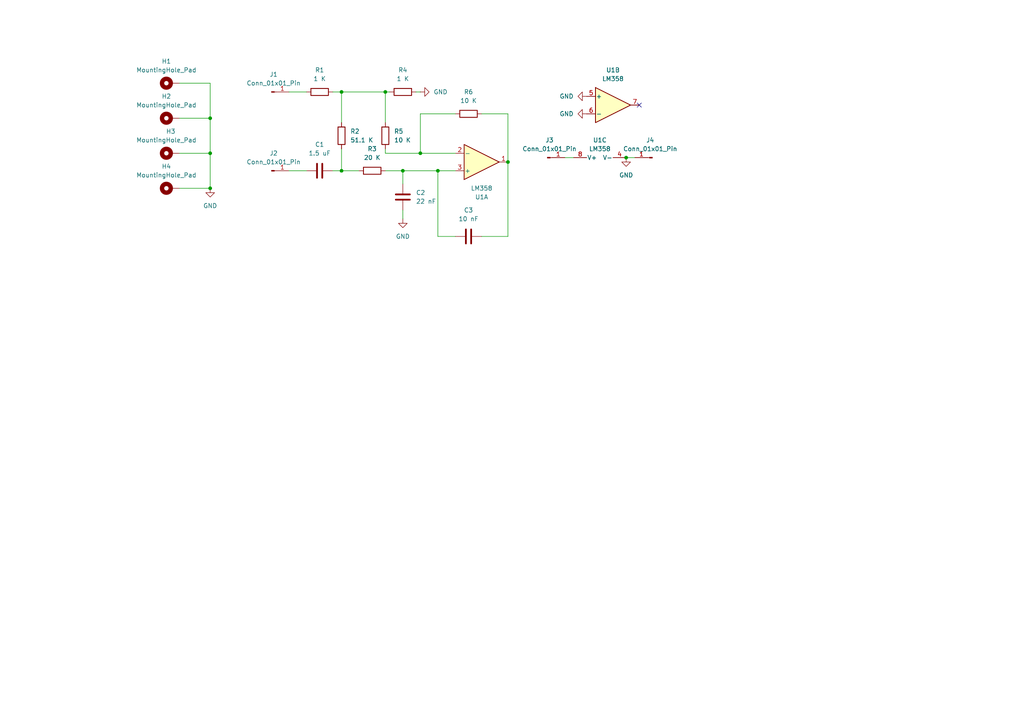
<source format=kicad_sch>
(kicad_sch
	(version 20231120)
	(generator "eeschema")
	(generator_version "8.0")
	(uuid "6f6fc78e-f02b-452d-9c9b-5e130cc7b29e")
	(paper "A4")
	(lib_symbols
		(symbol "Amplifier_Operational:LM358"
			(pin_names
				(offset 0.127)
			)
			(exclude_from_sim no)
			(in_bom yes)
			(on_board yes)
			(property "Reference" "U"
				(at 0 5.08 0)
				(effects
					(font
						(size 1.27 1.27)
					)
					(justify left)
				)
			)
			(property "Value" "LM358"
				(at 0 -5.08 0)
				(effects
					(font
						(size 1.27 1.27)
					)
					(justify left)
				)
			)
			(property "Footprint" ""
				(at 0 0 0)
				(effects
					(font
						(size 1.27 1.27)
					)
					(hide yes)
				)
			)
			(property "Datasheet" "http://www.ti.com/lit/ds/symlink/lm2904-n.pdf"
				(at 0 0 0)
				(effects
					(font
						(size 1.27 1.27)
					)
					(hide yes)
				)
			)
			(property "Description" "Low-Power, Dual Operational Amplifiers, DIP-8/SOIC-8/TO-99-8"
				(at 0 0 0)
				(effects
					(font
						(size 1.27 1.27)
					)
					(hide yes)
				)
			)
			(property "ki_locked" ""
				(at 0 0 0)
				(effects
					(font
						(size 1.27 1.27)
					)
				)
			)
			(property "ki_keywords" "dual opamp"
				(at 0 0 0)
				(effects
					(font
						(size 1.27 1.27)
					)
					(hide yes)
				)
			)
			(property "ki_fp_filters" "SOIC*3.9x4.9mm*P1.27mm* DIP*W7.62mm* TO*99* OnSemi*Micro8* TSSOP*3x3mm*P0.65mm* TSSOP*4.4x3mm*P0.65mm* MSOP*3x3mm*P0.65mm* SSOP*3.9x4.9mm*P0.635mm* LFCSP*2x2mm*P0.5mm* *SIP* SOIC*5.3x6.2mm*P1.27mm*"
				(at 0 0 0)
				(effects
					(font
						(size 1.27 1.27)
					)
					(hide yes)
				)
			)
			(symbol "LM358_1_1"
				(polyline
					(pts
						(xy -5.08 5.08) (xy 5.08 0) (xy -5.08 -5.08) (xy -5.08 5.08)
					)
					(stroke
						(width 0.254)
						(type default)
					)
					(fill
						(type background)
					)
				)
				(pin output line
					(at 7.62 0 180)
					(length 2.54)
					(name "~"
						(effects
							(font
								(size 1.27 1.27)
							)
						)
					)
					(number "1"
						(effects
							(font
								(size 1.27 1.27)
							)
						)
					)
				)
				(pin input line
					(at -7.62 -2.54 0)
					(length 2.54)
					(name "-"
						(effects
							(font
								(size 1.27 1.27)
							)
						)
					)
					(number "2"
						(effects
							(font
								(size 1.27 1.27)
							)
						)
					)
				)
				(pin input line
					(at -7.62 2.54 0)
					(length 2.54)
					(name "+"
						(effects
							(font
								(size 1.27 1.27)
							)
						)
					)
					(number "3"
						(effects
							(font
								(size 1.27 1.27)
							)
						)
					)
				)
			)
			(symbol "LM358_2_1"
				(polyline
					(pts
						(xy -5.08 5.08) (xy 5.08 0) (xy -5.08 -5.08) (xy -5.08 5.08)
					)
					(stroke
						(width 0.254)
						(type default)
					)
					(fill
						(type background)
					)
				)
				(pin input line
					(at -7.62 2.54 0)
					(length 2.54)
					(name "+"
						(effects
							(font
								(size 1.27 1.27)
							)
						)
					)
					(number "5"
						(effects
							(font
								(size 1.27 1.27)
							)
						)
					)
				)
				(pin input line
					(at -7.62 -2.54 0)
					(length 2.54)
					(name "-"
						(effects
							(font
								(size 1.27 1.27)
							)
						)
					)
					(number "6"
						(effects
							(font
								(size 1.27 1.27)
							)
						)
					)
				)
				(pin output line
					(at 7.62 0 180)
					(length 2.54)
					(name "~"
						(effects
							(font
								(size 1.27 1.27)
							)
						)
					)
					(number "7"
						(effects
							(font
								(size 1.27 1.27)
							)
						)
					)
				)
			)
			(symbol "LM358_3_1"
				(pin power_in line
					(at -2.54 -7.62 90)
					(length 3.81)
					(name "V-"
						(effects
							(font
								(size 1.27 1.27)
							)
						)
					)
					(number "4"
						(effects
							(font
								(size 1.27 1.27)
							)
						)
					)
				)
				(pin power_in line
					(at -2.54 7.62 270)
					(length 3.81)
					(name "V+"
						(effects
							(font
								(size 1.27 1.27)
							)
						)
					)
					(number "8"
						(effects
							(font
								(size 1.27 1.27)
							)
						)
					)
				)
			)
		)
		(symbol "Connector:Conn_01x01_Pin"
			(pin_names
				(offset 1.016) hide)
			(exclude_from_sim no)
			(in_bom yes)
			(on_board yes)
			(property "Reference" "J"
				(at 0 2.54 0)
				(effects
					(font
						(size 1.27 1.27)
					)
				)
			)
			(property "Value" "Conn_01x01_Pin"
				(at 0 -2.54 0)
				(effects
					(font
						(size 1.27 1.27)
					)
				)
			)
			(property "Footprint" ""
				(at 0 0 0)
				(effects
					(font
						(size 1.27 1.27)
					)
					(hide yes)
				)
			)
			(property "Datasheet" "~"
				(at 0 0 0)
				(effects
					(font
						(size 1.27 1.27)
					)
					(hide yes)
				)
			)
			(property "Description" "Generic connector, single row, 01x01, script generated"
				(at 0 0 0)
				(effects
					(font
						(size 1.27 1.27)
					)
					(hide yes)
				)
			)
			(property "ki_locked" ""
				(at 0 0 0)
				(effects
					(font
						(size 1.27 1.27)
					)
				)
			)
			(property "ki_keywords" "connector"
				(at 0 0 0)
				(effects
					(font
						(size 1.27 1.27)
					)
					(hide yes)
				)
			)
			(property "ki_fp_filters" "Connector*:*_1x??_*"
				(at 0 0 0)
				(effects
					(font
						(size 1.27 1.27)
					)
					(hide yes)
				)
			)
			(symbol "Conn_01x01_Pin_1_1"
				(polyline
					(pts
						(xy 1.27 0) (xy 0.8636 0)
					)
					(stroke
						(width 0.1524)
						(type default)
					)
					(fill
						(type none)
					)
				)
				(rectangle
					(start 0.8636 0.127)
					(end 0 -0.127)
					(stroke
						(width 0.1524)
						(type default)
					)
					(fill
						(type outline)
					)
				)
				(pin passive line
					(at 5.08 0 180)
					(length 3.81)
					(name "Pin_1"
						(effects
							(font
								(size 1.27 1.27)
							)
						)
					)
					(number "1"
						(effects
							(font
								(size 1.27 1.27)
							)
						)
					)
				)
			)
		)
		(symbol "Device:C"
			(pin_numbers hide)
			(pin_names
				(offset 0.254)
			)
			(exclude_from_sim no)
			(in_bom yes)
			(on_board yes)
			(property "Reference" "C"
				(at 0.635 2.54 0)
				(effects
					(font
						(size 1.27 1.27)
					)
					(justify left)
				)
			)
			(property "Value" "C"
				(at 0.635 -2.54 0)
				(effects
					(font
						(size 1.27 1.27)
					)
					(justify left)
				)
			)
			(property "Footprint" ""
				(at 0.9652 -3.81 0)
				(effects
					(font
						(size 1.27 1.27)
					)
					(hide yes)
				)
			)
			(property "Datasheet" "~"
				(at 0 0 0)
				(effects
					(font
						(size 1.27 1.27)
					)
					(hide yes)
				)
			)
			(property "Description" "Unpolarized capacitor"
				(at 0 0 0)
				(effects
					(font
						(size 1.27 1.27)
					)
					(hide yes)
				)
			)
			(property "ki_keywords" "cap capacitor"
				(at 0 0 0)
				(effects
					(font
						(size 1.27 1.27)
					)
					(hide yes)
				)
			)
			(property "ki_fp_filters" "C_*"
				(at 0 0 0)
				(effects
					(font
						(size 1.27 1.27)
					)
					(hide yes)
				)
			)
			(symbol "C_0_1"
				(polyline
					(pts
						(xy -2.032 -0.762) (xy 2.032 -0.762)
					)
					(stroke
						(width 0.508)
						(type default)
					)
					(fill
						(type none)
					)
				)
				(polyline
					(pts
						(xy -2.032 0.762) (xy 2.032 0.762)
					)
					(stroke
						(width 0.508)
						(type default)
					)
					(fill
						(type none)
					)
				)
			)
			(symbol "C_1_1"
				(pin passive line
					(at 0 3.81 270)
					(length 2.794)
					(name "~"
						(effects
							(font
								(size 1.27 1.27)
							)
						)
					)
					(number "1"
						(effects
							(font
								(size 1.27 1.27)
							)
						)
					)
				)
				(pin passive line
					(at 0 -3.81 90)
					(length 2.794)
					(name "~"
						(effects
							(font
								(size 1.27 1.27)
							)
						)
					)
					(number "2"
						(effects
							(font
								(size 1.27 1.27)
							)
						)
					)
				)
			)
		)
		(symbol "Device:R"
			(pin_numbers hide)
			(pin_names
				(offset 0)
			)
			(exclude_from_sim no)
			(in_bom yes)
			(on_board yes)
			(property "Reference" "R"
				(at 2.032 0 90)
				(effects
					(font
						(size 1.27 1.27)
					)
				)
			)
			(property "Value" "R"
				(at 0 0 90)
				(effects
					(font
						(size 1.27 1.27)
					)
				)
			)
			(property "Footprint" ""
				(at -1.778 0 90)
				(effects
					(font
						(size 1.27 1.27)
					)
					(hide yes)
				)
			)
			(property "Datasheet" "~"
				(at 0 0 0)
				(effects
					(font
						(size 1.27 1.27)
					)
					(hide yes)
				)
			)
			(property "Description" "Resistor"
				(at 0 0 0)
				(effects
					(font
						(size 1.27 1.27)
					)
					(hide yes)
				)
			)
			(property "ki_keywords" "R res resistor"
				(at 0 0 0)
				(effects
					(font
						(size 1.27 1.27)
					)
					(hide yes)
				)
			)
			(property "ki_fp_filters" "R_*"
				(at 0 0 0)
				(effects
					(font
						(size 1.27 1.27)
					)
					(hide yes)
				)
			)
			(symbol "R_0_1"
				(rectangle
					(start -1.016 -2.54)
					(end 1.016 2.54)
					(stroke
						(width 0.254)
						(type default)
					)
					(fill
						(type none)
					)
				)
			)
			(symbol "R_1_1"
				(pin passive line
					(at 0 3.81 270)
					(length 1.27)
					(name "~"
						(effects
							(font
								(size 1.27 1.27)
							)
						)
					)
					(number "1"
						(effects
							(font
								(size 1.27 1.27)
							)
						)
					)
				)
				(pin passive line
					(at 0 -3.81 90)
					(length 1.27)
					(name "~"
						(effects
							(font
								(size 1.27 1.27)
							)
						)
					)
					(number "2"
						(effects
							(font
								(size 1.27 1.27)
							)
						)
					)
				)
			)
		)
		(symbol "Mechanical:MountingHole_Pad"
			(pin_numbers hide)
			(pin_names
				(offset 1.016) hide)
			(exclude_from_sim yes)
			(in_bom no)
			(on_board yes)
			(property "Reference" "H"
				(at 0 6.35 0)
				(effects
					(font
						(size 1.27 1.27)
					)
				)
			)
			(property "Value" "MountingHole_Pad"
				(at 0 4.445 0)
				(effects
					(font
						(size 1.27 1.27)
					)
				)
			)
			(property "Footprint" ""
				(at 0 0 0)
				(effects
					(font
						(size 1.27 1.27)
					)
					(hide yes)
				)
			)
			(property "Datasheet" "~"
				(at 0 0 0)
				(effects
					(font
						(size 1.27 1.27)
					)
					(hide yes)
				)
			)
			(property "Description" "Mounting Hole with connection"
				(at 0 0 0)
				(effects
					(font
						(size 1.27 1.27)
					)
					(hide yes)
				)
			)
			(property "ki_keywords" "mounting hole"
				(at 0 0 0)
				(effects
					(font
						(size 1.27 1.27)
					)
					(hide yes)
				)
			)
			(property "ki_fp_filters" "MountingHole*Pad*"
				(at 0 0 0)
				(effects
					(font
						(size 1.27 1.27)
					)
					(hide yes)
				)
			)
			(symbol "MountingHole_Pad_0_1"
				(circle
					(center 0 1.27)
					(radius 1.27)
					(stroke
						(width 1.27)
						(type default)
					)
					(fill
						(type none)
					)
				)
			)
			(symbol "MountingHole_Pad_1_1"
				(pin input line
					(at 0 -2.54 90)
					(length 2.54)
					(name "1"
						(effects
							(font
								(size 1.27 1.27)
							)
						)
					)
					(number "1"
						(effects
							(font
								(size 1.27 1.27)
							)
						)
					)
				)
			)
		)
		(symbol "power:GND"
			(power)
			(pin_numbers hide)
			(pin_names
				(offset 0) hide)
			(exclude_from_sim no)
			(in_bom yes)
			(on_board yes)
			(property "Reference" "#PWR"
				(at 0 -6.35 0)
				(effects
					(font
						(size 1.27 1.27)
					)
					(hide yes)
				)
			)
			(property "Value" "GND"
				(at 0 -3.81 0)
				(effects
					(font
						(size 1.27 1.27)
					)
				)
			)
			(property "Footprint" ""
				(at 0 0 0)
				(effects
					(font
						(size 1.27 1.27)
					)
					(hide yes)
				)
			)
			(property "Datasheet" ""
				(at 0 0 0)
				(effects
					(font
						(size 1.27 1.27)
					)
					(hide yes)
				)
			)
			(property "Description" "Power symbol creates a global label with name \"GND\" , ground"
				(at 0 0 0)
				(effects
					(font
						(size 1.27 1.27)
					)
					(hide yes)
				)
			)
			(property "ki_keywords" "global power"
				(at 0 0 0)
				(effects
					(font
						(size 1.27 1.27)
					)
					(hide yes)
				)
			)
			(symbol "GND_0_1"
				(polyline
					(pts
						(xy 0 0) (xy 0 -1.27) (xy 1.27 -1.27) (xy 0 -2.54) (xy -1.27 -1.27) (xy 0 -1.27)
					)
					(stroke
						(width 0)
						(type default)
					)
					(fill
						(type none)
					)
				)
			)
			(symbol "GND_1_1"
				(pin power_in line
					(at 0 0 270)
					(length 0)
					(name "~"
						(effects
							(font
								(size 1.27 1.27)
							)
						)
					)
					(number "1"
						(effects
							(font
								(size 1.27 1.27)
							)
						)
					)
				)
			)
		)
	)
	(junction
		(at 127 49.53)
		(diameter 0)
		(color 0 0 0 0)
		(uuid "029c5574-c28b-4757-839f-6e2975c67a79")
	)
	(junction
		(at 99.06 49.53)
		(diameter 0)
		(color 0 0 0 0)
		(uuid "1e49056f-2182-4366-8875-e590e36ff391")
	)
	(junction
		(at 60.96 34.29)
		(diameter 0)
		(color 0 0 0 0)
		(uuid "24a7f871-0844-4faf-bd0d-13b398fc383f")
	)
	(junction
		(at 99.06 26.67)
		(diameter 0)
		(color 0 0 0 0)
		(uuid "2f31b315-d3b4-4167-9aa7-40f77763f8c5")
	)
	(junction
		(at 121.92 44.45)
		(diameter 0)
		(color 0 0 0 0)
		(uuid "49b4a482-6eef-40cd-bb47-56549dd7aef7")
	)
	(junction
		(at 181.61 45.72)
		(diameter 0)
		(color 0 0 0 0)
		(uuid "551c220f-fd7a-4d6a-bb79-8df2167cf943")
	)
	(junction
		(at 60.96 44.45)
		(diameter 0)
		(color 0 0 0 0)
		(uuid "75fabf53-83a4-4064-a7ec-da09ae83b1c9")
	)
	(junction
		(at 147.32 46.99)
		(diameter 0)
		(color 0 0 0 0)
		(uuid "89ac328a-6f47-4e06-a194-fc2cbc894caf")
	)
	(junction
		(at 111.76 26.67)
		(diameter 0)
		(color 0 0 0 0)
		(uuid "9116ca3a-bf5a-4451-b4d8-d83721300c23")
	)
	(junction
		(at 60.96 54.61)
		(diameter 0)
		(color 0 0 0 0)
		(uuid "adaca5f9-e144-426e-bb5e-6ca0d9b4b2b1")
	)
	(junction
		(at 116.84 49.53)
		(diameter 0)
		(color 0 0 0 0)
		(uuid "e855ac09-842f-4e58-9973-e55b750b5022")
	)
	(no_connect
		(at 185.42 30.48)
		(uuid "18eb367d-f52b-4bf8-bb23-d711e045adad")
	)
	(wire
		(pts
			(xy 111.76 49.53) (xy 116.84 49.53)
		)
		(stroke
			(width 0)
			(type default)
		)
		(uuid "084536e5-c14f-4039-9cf6-13369c70d644")
	)
	(wire
		(pts
			(xy 116.84 49.53) (xy 127 49.53)
		)
		(stroke
			(width 0)
			(type default)
		)
		(uuid "1585b975-986b-4717-8350-b670a1537069")
	)
	(wire
		(pts
			(xy 121.92 44.45) (xy 121.92 33.02)
		)
		(stroke
			(width 0)
			(type default)
		)
		(uuid "160f4556-8ff5-485c-88c7-5007053bcc7a")
	)
	(wire
		(pts
			(xy 60.96 34.29) (xy 60.96 44.45)
		)
		(stroke
			(width 0)
			(type default)
		)
		(uuid "175de058-b5bb-4d50-8fae-7f93dcd55d97")
	)
	(wire
		(pts
			(xy 83.82 49.53) (xy 88.9 49.53)
		)
		(stroke
			(width 0)
			(type default)
		)
		(uuid "20bd34f7-2451-42b1-a0da-58fa67d2a41f")
	)
	(wire
		(pts
			(xy 147.32 46.99) (xy 147.32 68.58)
		)
		(stroke
			(width 0)
			(type default)
		)
		(uuid "27e05318-0048-450b-8dc2-da689a2e914b")
	)
	(wire
		(pts
			(xy 116.84 63.5) (xy 116.84 60.96)
		)
		(stroke
			(width 0)
			(type default)
		)
		(uuid "578f0ec8-3822-448e-9152-29377ac6c450")
	)
	(wire
		(pts
			(xy 52.07 34.29) (xy 60.96 34.29)
		)
		(stroke
			(width 0)
			(type default)
		)
		(uuid "58ad776e-5496-475c-80ef-9637f5f60ab4")
	)
	(wire
		(pts
			(xy 60.96 24.13) (xy 60.96 34.29)
		)
		(stroke
			(width 0)
			(type default)
		)
		(uuid "5a3263f3-46df-46d7-853e-c4ab9ac88002")
	)
	(wire
		(pts
			(xy 116.84 49.53) (xy 116.84 53.34)
		)
		(stroke
			(width 0)
			(type default)
		)
		(uuid "6ecd1817-9fcf-477a-8b19-377cb772d3d9")
	)
	(wire
		(pts
			(xy 52.07 44.45) (xy 60.96 44.45)
		)
		(stroke
			(width 0)
			(type default)
		)
		(uuid "71e3bf9e-7e27-465b-af57-e71680ba7dc9")
	)
	(wire
		(pts
			(xy 52.07 24.13) (xy 60.96 24.13)
		)
		(stroke
			(width 0)
			(type default)
		)
		(uuid "7893c0be-c18b-40d2-93f1-5ecc268d412d")
	)
	(wire
		(pts
			(xy 127 49.53) (xy 132.08 49.53)
		)
		(stroke
			(width 0)
			(type default)
		)
		(uuid "7b260a32-f312-4cb2-8485-1415019251ed")
	)
	(wire
		(pts
			(xy 83.82 26.67) (xy 88.9 26.67)
		)
		(stroke
			(width 0)
			(type default)
		)
		(uuid "830a4e55-5357-4679-9724-993157aba3ab")
	)
	(wire
		(pts
			(xy 147.32 33.02) (xy 147.32 46.99)
		)
		(stroke
			(width 0)
			(type default)
		)
		(uuid "87b4f79a-5e91-4db3-82bc-ab6f6858437c")
	)
	(wire
		(pts
			(xy 60.96 44.45) (xy 60.96 54.61)
		)
		(stroke
			(width 0)
			(type default)
		)
		(uuid "895e3081-9fdb-46a2-b6b6-026a6a0c4b1f")
	)
	(wire
		(pts
			(xy 120.65 26.67) (xy 121.92 26.67)
		)
		(stroke
			(width 0)
			(type default)
		)
		(uuid "8d338c01-0d8e-41cd-aa85-1cc114f43721")
	)
	(wire
		(pts
			(xy 111.76 44.45) (xy 121.92 44.45)
		)
		(stroke
			(width 0)
			(type default)
		)
		(uuid "971af586-26ab-4dec-9408-bf3fcbc4c3cb")
	)
	(wire
		(pts
			(xy 99.06 26.67) (xy 99.06 35.56)
		)
		(stroke
			(width 0)
			(type default)
		)
		(uuid "97297a7c-189e-49f1-92fe-8c640138554a")
	)
	(wire
		(pts
			(xy 163.83 45.72) (xy 166.37 45.72)
		)
		(stroke
			(width 0)
			(type default)
		)
		(uuid "a6761519-8235-4c28-8d45-f088d779910c")
	)
	(wire
		(pts
			(xy 121.92 44.45) (xy 132.08 44.45)
		)
		(stroke
			(width 0)
			(type default)
		)
		(uuid "a6b00834-06ca-44b0-8479-d9437f6d90e6")
	)
	(wire
		(pts
			(xy 139.7 68.58) (xy 147.32 68.58)
		)
		(stroke
			(width 0)
			(type default)
		)
		(uuid "a88eaf17-f904-45f3-aeb7-dc0794b2cf4d")
	)
	(wire
		(pts
			(xy 111.76 44.45) (xy 111.76 43.18)
		)
		(stroke
			(width 0)
			(type default)
		)
		(uuid "aa7c9525-9109-4933-b090-0fe7b4643e9e")
	)
	(wire
		(pts
			(xy 96.52 26.67) (xy 99.06 26.67)
		)
		(stroke
			(width 0)
			(type default)
		)
		(uuid "b1edf064-d1cb-4bdd-9276-23acef4eaa32")
	)
	(wire
		(pts
			(xy 52.07 54.61) (xy 60.96 54.61)
		)
		(stroke
			(width 0)
			(type default)
		)
		(uuid "b47ee21e-9b99-4978-b880-555119dfe7eb")
	)
	(wire
		(pts
			(xy 96.52 49.53) (xy 99.06 49.53)
		)
		(stroke
			(width 0)
			(type default)
		)
		(uuid "b8e9a8d3-0a83-4fd9-8a20-7a1c764da8c9")
	)
	(wire
		(pts
			(xy 113.03 26.67) (xy 111.76 26.67)
		)
		(stroke
			(width 0)
			(type default)
		)
		(uuid "b97b216e-4af2-453c-8e80-fc830fa737b0")
	)
	(wire
		(pts
			(xy 184.15 45.72) (xy 181.61 45.72)
		)
		(stroke
			(width 0)
			(type default)
		)
		(uuid "bcff8279-8e2c-4ba7-b1de-f8dd2d12343f")
	)
	(wire
		(pts
			(xy 139.7 33.02) (xy 147.32 33.02)
		)
		(stroke
			(width 0)
			(type default)
		)
		(uuid "c74d7b0f-e6f6-4492-87a7-8d373c234130")
	)
	(wire
		(pts
			(xy 127 49.53) (xy 127 68.58)
		)
		(stroke
			(width 0)
			(type default)
		)
		(uuid "c7b22919-b40a-41c8-ac6e-3113fc412eff")
	)
	(wire
		(pts
			(xy 99.06 43.18) (xy 99.06 49.53)
		)
		(stroke
			(width 0)
			(type default)
		)
		(uuid "ca966f95-a864-44b2-9539-dc540b474a49")
	)
	(wire
		(pts
			(xy 99.06 49.53) (xy 104.14 49.53)
		)
		(stroke
			(width 0)
			(type default)
		)
		(uuid "df624f5d-a04f-4f3f-b4bd-f487d51361de")
	)
	(wire
		(pts
			(xy 127 68.58) (xy 132.08 68.58)
		)
		(stroke
			(width 0)
			(type default)
		)
		(uuid "df78f3eb-b9b9-4bde-b3a8-d468bb2e3877")
	)
	(wire
		(pts
			(xy 111.76 26.67) (xy 111.76 35.56)
		)
		(stroke
			(width 0)
			(type default)
		)
		(uuid "e499e0a9-761e-457a-aff0-9196455cd2c1")
	)
	(wire
		(pts
			(xy 121.92 33.02) (xy 132.08 33.02)
		)
		(stroke
			(width 0)
			(type default)
		)
		(uuid "f1cf6361-8031-4f11-b220-8a497850290d")
	)
	(wire
		(pts
			(xy 99.06 26.67) (xy 111.76 26.67)
		)
		(stroke
			(width 0)
			(type default)
		)
		(uuid "f35cfb8f-e891-41c3-b51f-2dd33f34b037")
	)
	(symbol
		(lib_id "Connector:Conn_01x01_Pin")
		(at 78.74 49.53 0)
		(unit 1)
		(exclude_from_sim no)
		(in_bom yes)
		(on_board yes)
		(dnp no)
		(fields_autoplaced yes)
		(uuid "0980c80a-e2e0-4622-89de-ca1ff9f43fdc")
		(property "Reference" "J2"
			(at 79.375 44.45 0)
			(effects
				(font
					(size 1.27 1.27)
				)
			)
		)
		(property "Value" "Conn_01x01_Pin"
			(at 79.375 46.99 0)
			(effects
				(font
					(size 1.27 1.27)
				)
			)
		)
		(property "Footprint" "Connector_PinHeader_2.54mm:PinHeader_1x01_P2.54mm_Vertical"
			(at 78.74 49.53 0)
			(effects
				(font
					(size 1.27 1.27)
				)
				(hide yes)
			)
		)
		(property "Datasheet" "~"
			(at 78.74 49.53 0)
			(effects
				(font
					(size 1.27 1.27)
				)
				(hide yes)
			)
		)
		(property "Description" "Generic connector, single row, 01x01, script generated"
			(at 78.74 49.53 0)
			(effects
				(font
					(size 1.27 1.27)
				)
				(hide yes)
			)
		)
		(pin "1"
			(uuid "ccba4ae3-cc5c-4db3-ad88-163e1e9d7dc5")
		)
		(instances
			(project "LPF_Rough_Draft"
				(path "/6f6fc78e-f02b-452d-9c9b-5e130cc7b29e"
					(reference "J2")
					(unit 1)
				)
			)
		)
	)
	(symbol
		(lib_id "power:GND")
		(at 170.18 27.94 270)
		(unit 1)
		(exclude_from_sim no)
		(in_bom yes)
		(on_board yes)
		(dnp no)
		(fields_autoplaced yes)
		(uuid "0ab357dd-d02b-4fed-a939-6f9d4c2c417f")
		(property "Reference" "#PWR04"
			(at 163.83 27.94 0)
			(effects
				(font
					(size 1.27 1.27)
				)
				(hide yes)
			)
		)
		(property "Value" "GND"
			(at 166.37 27.9399 90)
			(effects
				(font
					(size 1.27 1.27)
				)
				(justify right)
			)
		)
		(property "Footprint" ""
			(at 170.18 27.94 0)
			(effects
				(font
					(size 1.27 1.27)
				)
				(hide yes)
			)
		)
		(property "Datasheet" ""
			(at 170.18 27.94 0)
			(effects
				(font
					(size 1.27 1.27)
				)
				(hide yes)
			)
		)
		(property "Description" "Power symbol creates a global label with name \"GND\" , ground"
			(at 170.18 27.94 0)
			(effects
				(font
					(size 1.27 1.27)
				)
				(hide yes)
			)
		)
		(pin "1"
			(uuid "51a7ec9a-1537-420e-9296-9dd37c620c65")
		)
		(instances
			(project "LPF_Rough_Draft"
				(path "/6f6fc78e-f02b-452d-9c9b-5e130cc7b29e"
					(reference "#PWR04")
					(unit 1)
				)
			)
		)
	)
	(symbol
		(lib_id "Device:R")
		(at 116.84 26.67 90)
		(unit 1)
		(exclude_from_sim no)
		(in_bom yes)
		(on_board yes)
		(dnp no)
		(uuid "0f5a6681-c7f3-4c0f-8701-ec2d9ac76e5c")
		(property "Reference" "R4"
			(at 116.84 20.32 90)
			(effects
				(font
					(size 1.27 1.27)
				)
			)
		)
		(property "Value" "1 K"
			(at 116.84 22.86 90)
			(effects
				(font
					(size 1.27 1.27)
				)
			)
		)
		(property "Footprint" "Resistor_THT:R_Axial_DIN0207_L6.3mm_D2.5mm_P10.16mm_Horizontal"
			(at 116.84 28.448 90)
			(effects
				(font
					(size 1.27 1.27)
				)
				(hide yes)
			)
		)
		(property "Datasheet" "~"
			(at 116.84 26.67 0)
			(effects
				(font
					(size 1.27 1.27)
				)
				(hide yes)
			)
		)
		(property "Description" "Resistor"
			(at 116.84 26.67 0)
			(effects
				(font
					(size 1.27 1.27)
				)
				(hide yes)
			)
		)
		(pin "1"
			(uuid "f5b2156d-511a-44ca-b415-1f9934b6ab3b")
		)
		(pin "2"
			(uuid "73957d90-55bb-4623-99a9-c2ab88ccd603")
		)
		(instances
			(project "LPF_Rough_Draft"
				(path "/6f6fc78e-f02b-452d-9c9b-5e130cc7b29e"
					(reference "R4")
					(unit 1)
				)
			)
		)
	)
	(symbol
		(lib_id "Mechanical:MountingHole_Pad")
		(at 49.53 44.45 90)
		(unit 1)
		(exclude_from_sim yes)
		(in_bom no)
		(on_board yes)
		(dnp no)
		(uuid "115bd1cc-08ec-409a-b535-5f000002608e")
		(property "Reference" "H3"
			(at 49.53 38.1 90)
			(effects
				(font
					(size 1.27 1.27)
				)
			)
		)
		(property "Value" "MountingHole_Pad"
			(at 48.26 40.64 90)
			(effects
				(font
					(size 1.27 1.27)
				)
			)
		)
		(property "Footprint" "MountingHole:MountingHole_3.2mm_M3_DIN965_Pad_TopBottom"
			(at 49.53 44.45 0)
			(effects
				(font
					(size 1.27 1.27)
				)
				(hide yes)
			)
		)
		(property "Datasheet" "~"
			(at 49.53 44.45 0)
			(effects
				(font
					(size 1.27 1.27)
				)
				(hide yes)
			)
		)
		(property "Description" "Mounting Hole with connection"
			(at 49.53 44.45 0)
			(effects
				(font
					(size 1.27 1.27)
				)
				(hide yes)
			)
		)
		(pin "1"
			(uuid "4dd58dc1-a182-4d40-abf7-c328f4a20632")
		)
		(instances
			(project "LPF_Rough_Draft"
				(path "/6f6fc78e-f02b-452d-9c9b-5e130cc7b29e"
					(reference "H3")
					(unit 1)
				)
			)
		)
	)
	(symbol
		(lib_id "Amplifier_Operational:LM358")
		(at 173.99 43.18 90)
		(unit 3)
		(exclude_from_sim no)
		(in_bom yes)
		(on_board yes)
		(dnp no)
		(fields_autoplaced yes)
		(uuid "12bfef53-8000-495b-83fc-d1ccbb619d18")
		(property "Reference" "U1"
			(at 173.99 40.64 90)
			(effects
				(font
					(size 1.27 1.27)
				)
			)
		)
		(property "Value" "LM358"
			(at 173.99 43.18 90)
			(effects
				(font
					(size 1.27 1.27)
				)
			)
		)
		(property "Footprint" "Package_DIP:DIP-8_W7.62mm"
			(at 173.99 43.18 0)
			(effects
				(font
					(size 1.27 1.27)
				)
				(hide yes)
			)
		)
		(property "Datasheet" "http://www.ti.com/lit/ds/symlink/lm2904-n.pdf"
			(at 173.99 43.18 0)
			(effects
				(font
					(size 1.27 1.27)
				)
				(hide yes)
			)
		)
		(property "Description" "Low-Power, Dual Operational Amplifiers, DIP-8/SOIC-8/TO-99-8"
			(at 173.99 43.18 0)
			(effects
				(font
					(size 1.27 1.27)
				)
				(hide yes)
			)
		)
		(pin "1"
			(uuid "66c61b0e-07df-4c6d-85d2-71207eeb6c54")
		)
		(pin "5"
			(uuid "cab21e97-5c4a-4f78-888e-bbd8c3acfd4c")
		)
		(pin "6"
			(uuid "54e201fe-557d-4f0b-ac75-488f572544e1")
		)
		(pin "4"
			(uuid "3435ced7-1570-4756-929a-185ce784116d")
		)
		(pin "8"
			(uuid "b54aa1f4-f03a-4522-b336-c645b1de0748")
		)
		(pin "7"
			(uuid "73d85656-f3bb-434a-a359-d27b9e284561")
		)
		(pin "2"
			(uuid "9e7564f4-d1a8-4973-b02d-abb4db7d41c7")
		)
		(pin "3"
			(uuid "39c914c4-583d-49eb-add2-f9266cc1d1a0")
		)
		(instances
			(project ""
				(path "/6f6fc78e-f02b-452d-9c9b-5e130cc7b29e"
					(reference "U1")
					(unit 3)
				)
			)
		)
	)
	(symbol
		(lib_id "Device:R")
		(at 99.06 39.37 0)
		(unit 1)
		(exclude_from_sim no)
		(in_bom yes)
		(on_board yes)
		(dnp no)
		(fields_autoplaced yes)
		(uuid "143c4264-7972-4a53-83d0-63d1cc6aedb5")
		(property "Reference" "R2"
			(at 101.6 38.0999 0)
			(effects
				(font
					(size 1.27 1.27)
				)
				(justify left)
			)
		)
		(property "Value" "51.1 K"
			(at 101.6 40.6399 0)
			(effects
				(font
					(size 1.27 1.27)
				)
				(justify left)
			)
		)
		(property "Footprint" "Resistor_THT:R_Axial_DIN0207_L6.3mm_D2.5mm_P10.16mm_Horizontal"
			(at 97.282 39.37 90)
			(effects
				(font
					(size 1.27 1.27)
				)
				(hide yes)
			)
		)
		(property "Datasheet" "~"
			(at 99.06 39.37 0)
			(effects
				(font
					(size 1.27 1.27)
				)
				(hide yes)
			)
		)
		(property "Description" "Resistor"
			(at 99.06 39.37 0)
			(effects
				(font
					(size 1.27 1.27)
				)
				(hide yes)
			)
		)
		(pin "1"
			(uuid "dd8f1996-23f7-4016-8f4e-e56f89b3f590")
		)
		(pin "2"
			(uuid "e1e12c7c-9adf-43ab-9303-7a58f1e23f51")
		)
		(instances
			(project "LPF_Rough_Draft"
				(path "/6f6fc78e-f02b-452d-9c9b-5e130cc7b29e"
					(reference "R2")
					(unit 1)
				)
			)
		)
	)
	(symbol
		(lib_id "power:GND")
		(at 116.84 63.5 0)
		(unit 1)
		(exclude_from_sim no)
		(in_bom yes)
		(on_board yes)
		(dnp no)
		(fields_autoplaced yes)
		(uuid "16682d95-8a74-423c-8808-cd8517c6d9a4")
		(property "Reference" "#PWR02"
			(at 116.84 69.85 0)
			(effects
				(font
					(size 1.27 1.27)
				)
				(hide yes)
			)
		)
		(property "Value" "GND"
			(at 116.84 68.58 0)
			(effects
				(font
					(size 1.27 1.27)
				)
			)
		)
		(property "Footprint" ""
			(at 116.84 63.5 0)
			(effects
				(font
					(size 1.27 1.27)
				)
				(hide yes)
			)
		)
		(property "Datasheet" ""
			(at 116.84 63.5 0)
			(effects
				(font
					(size 1.27 1.27)
				)
				(hide yes)
			)
		)
		(property "Description" "Power symbol creates a global label with name \"GND\" , ground"
			(at 116.84 63.5 0)
			(effects
				(font
					(size 1.27 1.27)
				)
				(hide yes)
			)
		)
		(pin "1"
			(uuid "da46bffc-274f-4cb1-95a5-fe46a9525957")
		)
		(instances
			(project "LPF_Rough_Draft"
				(path "/6f6fc78e-f02b-452d-9c9b-5e130cc7b29e"
					(reference "#PWR02")
					(unit 1)
				)
			)
		)
	)
	(symbol
		(lib_id "Mechanical:MountingHole_Pad")
		(at 49.53 24.13 90)
		(unit 1)
		(exclude_from_sim yes)
		(in_bom no)
		(on_board yes)
		(dnp no)
		(fields_autoplaced yes)
		(uuid "18da285e-8368-44fe-b2a7-66fa2198570e")
		(property "Reference" "H1"
			(at 48.26 17.78 90)
			(effects
				(font
					(size 1.27 1.27)
				)
			)
		)
		(property "Value" "MountingHole_Pad"
			(at 48.26 20.32 90)
			(effects
				(font
					(size 1.27 1.27)
				)
			)
		)
		(property "Footprint" "MountingHole:MountingHole_3.2mm_M3_DIN965_Pad_TopBottom"
			(at 49.53 24.13 0)
			(effects
				(font
					(size 1.27 1.27)
				)
				(hide yes)
			)
		)
		(property "Datasheet" "~"
			(at 49.53 24.13 0)
			(effects
				(font
					(size 1.27 1.27)
				)
				(hide yes)
			)
		)
		(property "Description" "Mounting Hole with connection"
			(at 49.53 24.13 0)
			(effects
				(font
					(size 1.27 1.27)
				)
				(hide yes)
			)
		)
		(pin "1"
			(uuid "3f8b1bda-031d-484b-b5a9-e120174477a4")
		)
		(instances
			(project "LPF_Rough_Draft"
				(path "/6f6fc78e-f02b-452d-9c9b-5e130cc7b29e"
					(reference "H1")
					(unit 1)
				)
			)
		)
	)
	(symbol
		(lib_id "Mechanical:MountingHole_Pad")
		(at 49.53 54.61 90)
		(unit 1)
		(exclude_from_sim yes)
		(in_bom no)
		(on_board yes)
		(dnp no)
		(fields_autoplaced yes)
		(uuid "2b5f1067-47ba-4a08-904b-56f44fafd1c1")
		(property "Reference" "H4"
			(at 48.26 48.26 90)
			(effects
				(font
					(size 1.27 1.27)
				)
			)
		)
		(property "Value" "MountingHole_Pad"
			(at 48.26 50.8 90)
			(effects
				(font
					(size 1.27 1.27)
				)
			)
		)
		(property "Footprint" "MountingHole:MountingHole_3.2mm_M3_DIN965_Pad_TopBottom"
			(at 49.53 54.61 0)
			(effects
				(font
					(size 1.27 1.27)
				)
				(hide yes)
			)
		)
		(property "Datasheet" "~"
			(at 49.53 54.61 0)
			(effects
				(font
					(size 1.27 1.27)
				)
				(hide yes)
			)
		)
		(property "Description" "Mounting Hole with connection"
			(at 49.53 54.61 0)
			(effects
				(font
					(size 1.27 1.27)
				)
				(hide yes)
			)
		)
		(pin "1"
			(uuid "35ce6720-07d0-4605-9124-ce5209c8df56")
		)
		(instances
			(project "LPF_Rough_Draft"
				(path "/6f6fc78e-f02b-452d-9c9b-5e130cc7b29e"
					(reference "H4")
					(unit 1)
				)
			)
		)
	)
	(symbol
		(lib_id "Device:C")
		(at 116.84 57.15 180)
		(unit 1)
		(exclude_from_sim no)
		(in_bom yes)
		(on_board yes)
		(dnp no)
		(fields_autoplaced yes)
		(uuid "30dbf468-7a2d-4844-9371-1747708ab441")
		(property "Reference" "C2"
			(at 120.65 55.8799 0)
			(effects
				(font
					(size 1.27 1.27)
				)
				(justify right)
			)
		)
		(property "Value" "22 nF"
			(at 120.65 58.4199 0)
			(effects
				(font
					(size 1.27 1.27)
				)
				(justify right)
			)
		)
		(property "Footprint" "Capacitor_THT:C_Rect_L7.5mm_W6.5mm_P5.00mm"
			(at 115.8748 53.34 0)
			(effects
				(font
					(size 1.27 1.27)
				)
				(hide yes)
			)
		)
		(property "Datasheet" "~"
			(at 116.84 57.15 0)
			(effects
				(font
					(size 1.27 1.27)
				)
				(hide yes)
			)
		)
		(property "Description" "Unpolarized capacitor"
			(at 116.84 57.15 0)
			(effects
				(font
					(size 1.27 1.27)
				)
				(hide yes)
			)
		)
		(pin "1"
			(uuid "91515b37-272d-4a2f-b773-67b323d4af12")
		)
		(pin "2"
			(uuid "0d502d4d-f37c-4c09-9d77-be16b357634d")
		)
		(instances
			(project "LPF_Rough_Draft"
				(path "/6f6fc78e-f02b-452d-9c9b-5e130cc7b29e"
					(reference "C2")
					(unit 1)
				)
			)
		)
	)
	(symbol
		(lib_id "Device:C")
		(at 135.89 68.58 90)
		(unit 1)
		(exclude_from_sim no)
		(in_bom yes)
		(on_board yes)
		(dnp no)
		(fields_autoplaced yes)
		(uuid "3368bab4-8e33-4ee8-9d4a-c6a5dc28b4ac")
		(property "Reference" "C3"
			(at 135.89 60.96 90)
			(effects
				(font
					(size 1.27 1.27)
				)
			)
		)
		(property "Value" "10 nF"
			(at 135.89 63.5 90)
			(effects
				(font
					(size 1.27 1.27)
				)
			)
		)
		(property "Footprint" "Capacitor_THT:C_Rect_L7.2mm_W5.5mm_P5.00mm_FKS2_FKP2_MKS2_MKP2"
			(at 139.7 67.6148 0)
			(effects
				(font
					(size 1.27 1.27)
				)
				(hide yes)
			)
		)
		(property "Datasheet" "~"
			(at 135.89 68.58 0)
			(effects
				(font
					(size 1.27 1.27)
				)
				(hide yes)
			)
		)
		(property "Description" "Unpolarized capacitor"
			(at 135.89 68.58 0)
			(effects
				(font
					(size 1.27 1.27)
				)
				(hide yes)
			)
		)
		(pin "1"
			(uuid "a7298608-db47-4cbd-9a45-f87c7ec5e55f")
		)
		(pin "2"
			(uuid "f87177db-01c3-4f3f-a3c7-9472867881fc")
		)
		(instances
			(project "LPF_Rough_Draft"
				(path "/6f6fc78e-f02b-452d-9c9b-5e130cc7b29e"
					(reference "C3")
					(unit 1)
				)
			)
		)
	)
	(symbol
		(lib_id "power:GND")
		(at 181.61 45.72 0)
		(unit 1)
		(exclude_from_sim no)
		(in_bom yes)
		(on_board yes)
		(dnp no)
		(fields_autoplaced yes)
		(uuid "35c4363f-b2b7-4fad-be4b-8f7d385d9f65")
		(property "Reference" "#PWR06"
			(at 181.61 52.07 0)
			(effects
				(font
					(size 1.27 1.27)
				)
				(hide yes)
			)
		)
		(property "Value" "GND"
			(at 181.61 50.8 0)
			(effects
				(font
					(size 1.27 1.27)
				)
			)
		)
		(property "Footprint" ""
			(at 181.61 45.72 0)
			(effects
				(font
					(size 1.27 1.27)
				)
				(hide yes)
			)
		)
		(property "Datasheet" ""
			(at 181.61 45.72 0)
			(effects
				(font
					(size 1.27 1.27)
				)
				(hide yes)
			)
		)
		(property "Description" "Power symbol creates a global label with name \"GND\" , ground"
			(at 181.61 45.72 0)
			(effects
				(font
					(size 1.27 1.27)
				)
				(hide yes)
			)
		)
		(pin "1"
			(uuid "28849583-17e1-4e28-9df1-a16d645564d0")
		)
		(instances
			(project "LPF_Rough_Draft"
				(path "/6f6fc78e-f02b-452d-9c9b-5e130cc7b29e"
					(reference "#PWR06")
					(unit 1)
				)
			)
		)
	)
	(symbol
		(lib_id "Device:C")
		(at 92.71 49.53 90)
		(unit 1)
		(exclude_from_sim no)
		(in_bom yes)
		(on_board yes)
		(dnp no)
		(fields_autoplaced yes)
		(uuid "8aad40b7-a4f3-4544-8223-da20ab1c0ca2")
		(property "Reference" "C1"
			(at 92.71 41.91 90)
			(effects
				(font
					(size 1.27 1.27)
				)
			)
		)
		(property "Value" "1.5 uF"
			(at 92.71 44.45 90)
			(effects
				(font
					(size 1.27 1.27)
				)
			)
		)
		(property "Footprint" "Capacitor_THT:C_Rect_L7.2mm_W5.5mm_P5.00mm_FKS2_FKP2_MKS2_MKP2"
			(at 96.52 48.5648 0)
			(effects
				(font
					(size 1.27 1.27)
				)
				(hide yes)
			)
		)
		(property "Datasheet" "~"
			(at 92.71 49.53 0)
			(effects
				(font
					(size 1.27 1.27)
				)
				(hide yes)
			)
		)
		(property "Description" "Unpolarized capacitor"
			(at 92.71 49.53 0)
			(effects
				(font
					(size 1.27 1.27)
				)
				(hide yes)
			)
		)
		(pin "1"
			(uuid "96fce58e-819e-406f-a7ac-1d9d158cb6d0")
		)
		(pin "2"
			(uuid "32b1b9b7-d976-411d-9d49-3092244d3395")
		)
		(instances
			(project ""
				(path "/6f6fc78e-f02b-452d-9c9b-5e130cc7b29e"
					(reference "C1")
					(unit 1)
				)
			)
		)
	)
	(symbol
		(lib_id "Connector:Conn_01x01_Pin")
		(at 78.74 26.67 0)
		(unit 1)
		(exclude_from_sim no)
		(in_bom yes)
		(on_board yes)
		(dnp no)
		(fields_autoplaced yes)
		(uuid "9e68531f-0f0a-49bd-9316-b962b84ac63c")
		(property "Reference" "J1"
			(at 79.375 21.59 0)
			(effects
				(font
					(size 1.27 1.27)
				)
			)
		)
		(property "Value" "Conn_01x01_Pin"
			(at 79.375 24.13 0)
			(effects
				(font
					(size 1.27 1.27)
				)
			)
		)
		(property "Footprint" "Connector_PinHeader_2.54mm:PinHeader_1x01_P2.54mm_Vertical"
			(at 78.74 26.67 0)
			(effects
				(font
					(size 1.27 1.27)
				)
				(hide yes)
			)
		)
		(property "Datasheet" "~"
			(at 78.74 26.67 0)
			(effects
				(font
					(size 1.27 1.27)
				)
				(hide yes)
			)
		)
		(property "Description" "Generic connector, single row, 01x01, script generated"
			(at 78.74 26.67 0)
			(effects
				(font
					(size 1.27 1.27)
				)
				(hide yes)
			)
		)
		(pin "1"
			(uuid "a13899ac-c851-4db4-8c68-eafa23abc8c2")
		)
		(instances
			(project ""
				(path "/6f6fc78e-f02b-452d-9c9b-5e130cc7b29e"
					(reference "J1")
					(unit 1)
				)
			)
		)
	)
	(symbol
		(lib_id "power:GND")
		(at 60.96 54.61 0)
		(unit 1)
		(exclude_from_sim no)
		(in_bom yes)
		(on_board yes)
		(dnp no)
		(fields_autoplaced yes)
		(uuid "9f9eef32-4491-46bc-b2e1-467c52873f08")
		(property "Reference" "#PWR01"
			(at 60.96 60.96 0)
			(effects
				(font
					(size 1.27 1.27)
				)
				(hide yes)
			)
		)
		(property "Value" "GND"
			(at 60.96 59.69 0)
			(effects
				(font
					(size 1.27 1.27)
				)
			)
		)
		(property "Footprint" ""
			(at 60.96 54.61 0)
			(effects
				(font
					(size 1.27 1.27)
				)
				(hide yes)
			)
		)
		(property "Datasheet" ""
			(at 60.96 54.61 0)
			(effects
				(font
					(size 1.27 1.27)
				)
				(hide yes)
			)
		)
		(property "Description" "Power symbol creates a global label with name \"GND\" , ground"
			(at 60.96 54.61 0)
			(effects
				(font
					(size 1.27 1.27)
				)
				(hide yes)
			)
		)
		(pin "1"
			(uuid "efa68601-83f4-49a9-9a32-3d7034284d65")
		)
		(instances
			(project "LPF_Rough_Draft"
				(path "/6f6fc78e-f02b-452d-9c9b-5e130cc7b29e"
					(reference "#PWR01")
					(unit 1)
				)
			)
		)
	)
	(symbol
		(lib_id "power:GND")
		(at 170.18 33.02 270)
		(unit 1)
		(exclude_from_sim no)
		(in_bom yes)
		(on_board yes)
		(dnp no)
		(fields_autoplaced yes)
		(uuid "aa7fcdbd-7d36-404f-8902-4ecb0d1c66c8")
		(property "Reference" "#PWR05"
			(at 163.83 33.02 0)
			(effects
				(font
					(size 1.27 1.27)
				)
				(hide yes)
			)
		)
		(property "Value" "GND"
			(at 166.37 33.0199 90)
			(effects
				(font
					(size 1.27 1.27)
				)
				(justify right)
			)
		)
		(property "Footprint" ""
			(at 170.18 33.02 0)
			(effects
				(font
					(size 1.27 1.27)
				)
				(hide yes)
			)
		)
		(property "Datasheet" ""
			(at 170.18 33.02 0)
			(effects
				(font
					(size 1.27 1.27)
				)
				(hide yes)
			)
		)
		(property "Description" "Power symbol creates a global label with name \"GND\" , ground"
			(at 170.18 33.02 0)
			(effects
				(font
					(size 1.27 1.27)
				)
				(hide yes)
			)
		)
		(pin "1"
			(uuid "8e020431-ca16-406b-bdfa-47d4e96903e8")
		)
		(instances
			(project "LPF_Rough_Draft"
				(path "/6f6fc78e-f02b-452d-9c9b-5e130cc7b29e"
					(reference "#PWR05")
					(unit 1)
				)
			)
		)
	)
	(symbol
		(lib_id "Amplifier_Operational:LM358")
		(at 139.7 46.99 0)
		(mirror x)
		(unit 1)
		(exclude_from_sim no)
		(in_bom yes)
		(on_board yes)
		(dnp no)
		(uuid "acc88dc5-6c57-4b59-9d57-ca48fbe56db6")
		(property "Reference" "U1"
			(at 139.7 57.15 0)
			(effects
				(font
					(size 1.27 1.27)
				)
			)
		)
		(property "Value" "LM358"
			(at 139.7 54.61 0)
			(effects
				(font
					(size 1.27 1.27)
				)
			)
		)
		(property "Footprint" "Package_DIP:DIP-8_W7.62mm"
			(at 139.7 46.99 0)
			(effects
				(font
					(size 1.27 1.27)
				)
				(hide yes)
			)
		)
		(property "Datasheet" "http://www.ti.com/lit/ds/symlink/lm2904-n.pdf"
			(at 139.7 46.99 0)
			(effects
				(font
					(size 1.27 1.27)
				)
				(hide yes)
			)
		)
		(property "Description" "Low-Power, Dual Operational Amplifiers, DIP-8/SOIC-8/TO-99-8"
			(at 139.7 46.99 0)
			(effects
				(font
					(size 1.27 1.27)
				)
				(hide yes)
			)
		)
		(pin "1"
			(uuid "66c61b0e-07df-4c6d-85d2-71207eeb6c54")
		)
		(pin "5"
			(uuid "cab21e97-5c4a-4f78-888e-bbd8c3acfd4c")
		)
		(pin "6"
			(uuid "54e201fe-557d-4f0b-ac75-488f572544e1")
		)
		(pin "4"
			(uuid "3435ced7-1570-4756-929a-185ce784116d")
		)
		(pin "8"
			(uuid "b54aa1f4-f03a-4522-b336-c645b1de0748")
		)
		(pin "7"
			(uuid "73d85656-f3bb-434a-a359-d27b9e284561")
		)
		(pin "2"
			(uuid "9e7564f4-d1a8-4973-b02d-abb4db7d41c7")
		)
		(pin "3"
			(uuid "39c914c4-583d-49eb-add2-f9266cc1d1a0")
		)
		(instances
			(project ""
				(path "/6f6fc78e-f02b-452d-9c9b-5e130cc7b29e"
					(reference "U1")
					(unit 1)
				)
			)
		)
	)
	(symbol
		(lib_id "Device:R")
		(at 135.89 33.02 90)
		(unit 1)
		(exclude_from_sim no)
		(in_bom yes)
		(on_board yes)
		(dnp no)
		(fields_autoplaced yes)
		(uuid "b6274b38-36ef-4b47-a90e-4886caf25861")
		(property "Reference" "R6"
			(at 135.89 26.67 90)
			(effects
				(font
					(size 1.27 1.27)
				)
			)
		)
		(property "Value" "10 K"
			(at 135.89 29.21 90)
			(effects
				(font
					(size 1.27 1.27)
				)
			)
		)
		(property "Footprint" "Resistor_THT:R_Axial_DIN0207_L6.3mm_D2.5mm_P10.16mm_Horizontal"
			(at 135.89 34.798 90)
			(effects
				(font
					(size 1.27 1.27)
				)
				(hide yes)
			)
		)
		(property "Datasheet" "~"
			(at 135.89 33.02 0)
			(effects
				(font
					(size 1.27 1.27)
				)
				(hide yes)
			)
		)
		(property "Description" "Resistor"
			(at 135.89 33.02 0)
			(effects
				(font
					(size 1.27 1.27)
				)
				(hide yes)
			)
		)
		(pin "1"
			(uuid "46036ed2-e62b-4936-8ff3-a8a7eb8204cb")
		)
		(pin "2"
			(uuid "0971061c-2b3e-4823-a233-67076edf6e1a")
		)
		(instances
			(project "LPF_Rough_Draft"
				(path "/6f6fc78e-f02b-452d-9c9b-5e130cc7b29e"
					(reference "R6")
					(unit 1)
				)
			)
		)
	)
	(symbol
		(lib_id "Amplifier_Operational:LM358")
		(at 177.8 30.48 0)
		(unit 2)
		(exclude_from_sim no)
		(in_bom yes)
		(on_board yes)
		(dnp no)
		(uuid "c73ebdbb-faef-4f7f-a28b-8a23ed65a8dc")
		(property "Reference" "U1"
			(at 177.8 20.32 0)
			(effects
				(font
					(size 1.27 1.27)
				)
			)
		)
		(property "Value" "LM358"
			(at 177.8 22.86 0)
			(effects
				(font
					(size 1.27 1.27)
				)
			)
		)
		(property "Footprint" "Package_DIP:DIP-8_W7.62mm"
			(at 177.8 30.48 0)
			(effects
				(font
					(size 1.27 1.27)
				)
				(hide yes)
			)
		)
		(property "Datasheet" "http://www.ti.com/lit/ds/symlink/lm2904-n.pdf"
			(at 177.8 30.48 0)
			(effects
				(font
					(size 1.27 1.27)
				)
				(hide yes)
			)
		)
		(property "Description" "Low-Power, Dual Operational Amplifiers, DIP-8/SOIC-8/TO-99-8"
			(at 177.8 30.48 0)
			(effects
				(font
					(size 1.27 1.27)
				)
				(hide yes)
			)
		)
		(pin "1"
			(uuid "66c61b0e-07df-4c6d-85d2-71207eeb6c54")
		)
		(pin "5"
			(uuid "cab21e97-5c4a-4f78-888e-bbd8c3acfd4c")
		)
		(pin "6"
			(uuid "54e201fe-557d-4f0b-ac75-488f572544e1")
		)
		(pin "4"
			(uuid "3435ced7-1570-4756-929a-185ce784116d")
		)
		(pin "8"
			(uuid "b54aa1f4-f03a-4522-b336-c645b1de0748")
		)
		(pin "7"
			(uuid "73d85656-f3bb-434a-a359-d27b9e284561")
		)
		(pin "2"
			(uuid "9e7564f4-d1a8-4973-b02d-abb4db7d41c7")
		)
		(pin "3"
			(uuid "39c914c4-583d-49eb-add2-f9266cc1d1a0")
		)
		(instances
			(project ""
				(path "/6f6fc78e-f02b-452d-9c9b-5e130cc7b29e"
					(reference "U1")
					(unit 2)
				)
			)
		)
	)
	(symbol
		(lib_id "Mechanical:MountingHole_Pad")
		(at 49.53 34.29 90)
		(unit 1)
		(exclude_from_sim yes)
		(in_bom no)
		(on_board yes)
		(dnp no)
		(fields_autoplaced yes)
		(uuid "c7487cc5-a4f7-4b33-8d53-db15897574b7")
		(property "Reference" "H2"
			(at 48.26 27.94 90)
			(effects
				(font
					(size 1.27 1.27)
				)
			)
		)
		(property "Value" "MountingHole_Pad"
			(at 48.26 30.48 90)
			(effects
				(font
					(size 1.27 1.27)
				)
			)
		)
		(property "Footprint" "MountingHole:MountingHole_3.2mm_M3_DIN965_Pad_TopBottom"
			(at 49.53 34.29 0)
			(effects
				(font
					(size 1.27 1.27)
				)
				(hide yes)
			)
		)
		(property "Datasheet" "~"
			(at 49.53 34.29 0)
			(effects
				(font
					(size 1.27 1.27)
				)
				(hide yes)
			)
		)
		(property "Description" "Mounting Hole with connection"
			(at 49.53 34.29 0)
			(effects
				(font
					(size 1.27 1.27)
				)
				(hide yes)
			)
		)
		(pin "1"
			(uuid "7bb39941-2758-4a1c-b767-558d1d1fc5c9")
		)
		(instances
			(project "LPF_Rough_Draft"
				(path "/6f6fc78e-f02b-452d-9c9b-5e130cc7b29e"
					(reference "H2")
					(unit 1)
				)
			)
		)
	)
	(symbol
		(lib_id "Device:R")
		(at 107.95 49.53 90)
		(unit 1)
		(exclude_from_sim no)
		(in_bom yes)
		(on_board yes)
		(dnp no)
		(fields_autoplaced yes)
		(uuid "d916d67f-7ee1-4187-8e81-9e96decac5a9")
		(property "Reference" "R3"
			(at 107.95 43.18 90)
			(effects
				(font
					(size 1.27 1.27)
				)
			)
		)
		(property "Value" "20 K"
			(at 107.95 45.72 90)
			(effects
				(font
					(size 1.27 1.27)
				)
			)
		)
		(property "Footprint" "Resistor_THT:R_Axial_DIN0207_L6.3mm_D2.5mm_P10.16mm_Horizontal"
			(at 107.95 51.308 90)
			(effects
				(font
					(size 1.27 1.27)
				)
				(hide yes)
			)
		)
		(property "Datasheet" "~"
			(at 107.95 49.53 0)
			(effects
				(font
					(size 1.27 1.27)
				)
				(hide yes)
			)
		)
		(property "Description" "Resistor"
			(at 107.95 49.53 0)
			(effects
				(font
					(size 1.27 1.27)
				)
				(hide yes)
			)
		)
		(pin "1"
			(uuid "e702b7c7-f895-420f-836c-30ef0c0d466c")
		)
		(pin "2"
			(uuid "d2826938-ebd9-4519-be75-95de694e2ccb")
		)
		(instances
			(project "LPF_Rough_Draft"
				(path "/6f6fc78e-f02b-452d-9c9b-5e130cc7b29e"
					(reference "R3")
					(unit 1)
				)
			)
		)
	)
	(symbol
		(lib_id "Device:R")
		(at 92.71 26.67 90)
		(unit 1)
		(exclude_from_sim no)
		(in_bom yes)
		(on_board yes)
		(dnp no)
		(uuid "e710b728-7c68-4a43-a154-ecaf00c1cdb7")
		(property "Reference" "R1"
			(at 92.71 20.32 90)
			(effects
				(font
					(size 1.27 1.27)
				)
			)
		)
		(property "Value" "1 K"
			(at 92.71 22.86 90)
			(effects
				(font
					(size 1.27 1.27)
				)
			)
		)
		(property "Footprint" "Resistor_THT:R_Axial_DIN0207_L6.3mm_D2.5mm_P10.16mm_Horizontal"
			(at 92.71 28.448 90)
			(effects
				(font
					(size 1.27 1.27)
				)
				(hide yes)
			)
		)
		(property "Datasheet" "~"
			(at 92.71 26.67 0)
			(effects
				(font
					(size 1.27 1.27)
				)
				(hide yes)
			)
		)
		(property "Description" "Resistor"
			(at 92.71 26.67 0)
			(effects
				(font
					(size 1.27 1.27)
				)
				(hide yes)
			)
		)
		(pin "1"
			(uuid "e1d79e18-c817-4ba3-8cf2-d5ccc03c5f54")
		)
		(pin "2"
			(uuid "0e3659e0-011c-403d-8ffe-8bbf59d2279a")
		)
		(instances
			(project "LPF_Rough_Draft"
				(path "/6f6fc78e-f02b-452d-9c9b-5e130cc7b29e"
					(reference "R1")
					(unit 1)
				)
			)
		)
	)
	(symbol
		(lib_id "power:GND")
		(at 121.92 26.67 90)
		(unit 1)
		(exclude_from_sim no)
		(in_bom yes)
		(on_board yes)
		(dnp no)
		(fields_autoplaced yes)
		(uuid "ec37b5a6-4363-4230-b574-f88a7451a7c9")
		(property "Reference" "#PWR03"
			(at 128.27 26.67 0)
			(effects
				(font
					(size 1.27 1.27)
				)
				(hide yes)
			)
		)
		(property "Value" "GND"
			(at 125.73 26.6699 90)
			(effects
				(font
					(size 1.27 1.27)
				)
				(justify right)
			)
		)
		(property "Footprint" ""
			(at 121.92 26.67 0)
			(effects
				(font
					(size 1.27 1.27)
				)
				(hide yes)
			)
		)
		(property "Datasheet" ""
			(at 121.92 26.67 0)
			(effects
				(font
					(size 1.27 1.27)
				)
				(hide yes)
			)
		)
		(property "Description" "Power symbol creates a global label with name \"GND\" , ground"
			(at 121.92 26.67 0)
			(effects
				(font
					(size 1.27 1.27)
				)
				(hide yes)
			)
		)
		(pin "1"
			(uuid "7439c6cc-dea3-477e-907a-9c406668ba4d")
		)
		(instances
			(project "LPF_Rough_Draft"
				(path "/6f6fc78e-f02b-452d-9c9b-5e130cc7b29e"
					(reference "#PWR03")
					(unit 1)
				)
			)
		)
	)
	(symbol
		(lib_id "Device:R")
		(at 111.76 39.37 180)
		(unit 1)
		(exclude_from_sim no)
		(in_bom yes)
		(on_board yes)
		(dnp no)
		(fields_autoplaced yes)
		(uuid "ee72ca6d-f71f-4dd9-a669-9c19ebe85074")
		(property "Reference" "R5"
			(at 114.3 38.0999 0)
			(effects
				(font
					(size 1.27 1.27)
				)
				(justify right)
			)
		)
		(property "Value" "10 K"
			(at 114.3 40.6399 0)
			(effects
				(font
					(size 1.27 1.27)
				)
				(justify right)
			)
		)
		(property "Footprint" "Resistor_THT:R_Axial_DIN0207_L6.3mm_D2.5mm_P10.16mm_Horizontal"
			(at 113.538 39.37 90)
			(effects
				(font
					(size 1.27 1.27)
				)
				(hide yes)
			)
		)
		(property "Datasheet" "~"
			(at 111.76 39.37 0)
			(effects
				(font
					(size 1.27 1.27)
				)
				(hide yes)
			)
		)
		(property "Description" "Resistor"
			(at 111.76 39.37 0)
			(effects
				(font
					(size 1.27 1.27)
				)
				(hide yes)
			)
		)
		(pin "1"
			(uuid "a885ed28-8fff-4553-b699-868d28857b63")
		)
		(pin "2"
			(uuid "e435e817-683c-48dc-8030-1b0a751783ef")
		)
		(instances
			(project "LPF_Rough_Draft"
				(path "/6f6fc78e-f02b-452d-9c9b-5e130cc7b29e"
					(reference "R5")
					(unit 1)
				)
			)
		)
	)
	(symbol
		(lib_id "Connector:Conn_01x01_Pin")
		(at 158.75 45.72 0)
		(unit 1)
		(exclude_from_sim no)
		(in_bom yes)
		(on_board yes)
		(dnp no)
		(fields_autoplaced yes)
		(uuid "f6c8f084-666e-400f-80a9-425541074ec1")
		(property "Reference" "J3"
			(at 159.385 40.64 0)
			(effects
				(font
					(size 1.27 1.27)
				)
			)
		)
		(property "Value" "Conn_01x01_Pin"
			(at 159.385 43.18 0)
			(effects
				(font
					(size 1.27 1.27)
				)
			)
		)
		(property "Footprint" "Connector_PinHeader_2.54mm:PinHeader_1x01_P2.54mm_Vertical"
			(at 158.75 45.72 0)
			(effects
				(font
					(size 1.27 1.27)
				)
				(hide yes)
			)
		)
		(property "Datasheet" "~"
			(at 158.75 45.72 0)
			(effects
				(font
					(size 1.27 1.27)
				)
				(hide yes)
			)
		)
		(property "Description" "Generic connector, single row, 01x01, script generated"
			(at 158.75 45.72 0)
			(effects
				(font
					(size 1.27 1.27)
				)
				(hide yes)
			)
		)
		(pin "1"
			(uuid "26d14fe1-73fb-4d16-8da2-30db5f07d9cb")
		)
		(instances
			(project "LPF_Rough_Draft"
				(path "/6f6fc78e-f02b-452d-9c9b-5e130cc7b29e"
					(reference "J3")
					(unit 1)
				)
			)
		)
	)
	(symbol
		(lib_id "Connector:Conn_01x01_Pin")
		(at 189.23 45.72 180)
		(unit 1)
		(exclude_from_sim no)
		(in_bom yes)
		(on_board yes)
		(dnp no)
		(fields_autoplaced yes)
		(uuid "fa8e1a52-bf23-446e-ab34-76628a234e93")
		(property "Reference" "J4"
			(at 188.595 40.64 0)
			(effects
				(font
					(size 1.27 1.27)
				)
			)
		)
		(property "Value" "Conn_01x01_Pin"
			(at 188.595 43.18 0)
			(effects
				(font
					(size 1.27 1.27)
				)
			)
		)
		(property "Footprint" "Connector_PinHeader_2.54mm:PinHeader_1x01_P2.54mm_Vertical"
			(at 189.23 45.72 0)
			(effects
				(font
					(size 1.27 1.27)
				)
				(hide yes)
			)
		)
		(property "Datasheet" "~"
			(at 189.23 45.72 0)
			(effects
				(font
					(size 1.27 1.27)
				)
				(hide yes)
			)
		)
		(property "Description" "Generic connector, single row, 01x01, script generated"
			(at 189.23 45.72 0)
			(effects
				(font
					(size 1.27 1.27)
				)
				(hide yes)
			)
		)
		(pin "1"
			(uuid "ea06fae2-e22c-408b-97e7-1d066c9f2a98")
		)
		(instances
			(project "LPF_Rough_Draft"
				(path "/6f6fc78e-f02b-452d-9c9b-5e130cc7b29e"
					(reference "J4")
					(unit 1)
				)
			)
		)
	)
	(sheet_instances
		(path "/"
			(page "1")
		)
	)
)

</source>
